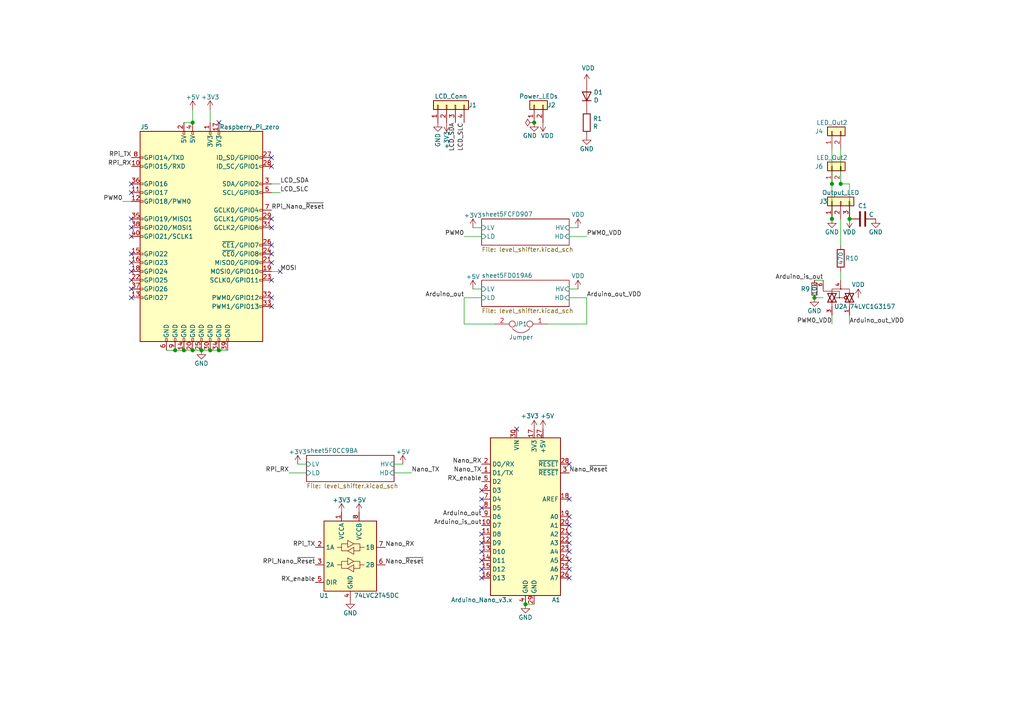
<source format=kicad_sch>
(kicad_sch (version 20211123) (generator eeschema)
  (paper "A4")
  (title_block (date "15 nov 2012"))
  (lib_symbols
    (symbol "74xGxx:74LVC1G3157" (pin_names (offset 1.016))
      (property "Reference" "U" (at -2.54 5.08 0))
      (property "Value" "74LVC1G3157" (at 0 -6.35 0))
      (symbol "74LVC1G3157_0_1"
        (circle (center -2.54 0) (radius 0.127))
        (circle (center 0 -0.381) (radius 0.127))
        (polyline (pts (xy -3.81 -5.08) (xy -2.54 -5.08)))
        (polyline (pts (xy -3.81 0) (xy -2.54 0)))
        (polyline (pts (xy 2.54 -2.54) (xy 1.27 -2.54)))
        (polyline (pts (xy 2.54 2.54) (xy 1.27 2.54)))
        (polyline (pts (xy 0 1.016) (xy 0 0) (xy 0 -1.905)))
        (polyline (pts (xy -1.27 -2.54) (xy 0 -3.175) (xy -1.27 -3.81) (xy -1.27 -2.54)) (stroke (width 0.254)))
        (polyline (pts (xy -1.27 -1.27) (xy -1.27 -2.54) (xy 0 -1.905) (xy -1.27 -1.27)) (stroke (width 0.254)))
        (polyline (pts (xy -1.27 2.54) (xy 0 1.905) (xy -1.27 1.27) (xy -1.27 2.54)) (stroke (width 0.254)))
        (polyline (pts (xy -1.27 3.81) (xy 0 3.175) (xy -1.27 2.54) (xy -1.27 3.81)) (stroke (width 0.254)))
        (polyline (pts (xy 0 -0.381) (xy -1.905 -0.381) (xy -1.905 -5.08) (xy -2.54 -5.08)))
        (polyline (pts (xy 1.27 -2.54) (xy 0 -3.175) (xy 1.27 -3.81) (xy 1.27 -2.54)) (stroke (width 0.254)))
        (polyline (pts (xy 1.27 -1.27) (xy 1.27 -2.54) (xy 0 -1.905) (xy 1.27 -1.27)) (stroke (width 0.254)))
        (polyline (pts (xy 1.27 2.54) (xy 1.27 1.27) (xy 0 1.905) (xy 1.27 2.54)) (stroke (width 0.254)))
        (polyline (pts (xy 1.27 2.54) (xy 1.27 3.81) (xy 0 3.175) (xy 1.27 2.54)) (stroke (width 0.254)))
        (polyline (pts (xy -1.27 2.54) (xy -2.54 2.54) (xy -2.54 0) (xy -2.54 -2.54) (xy -1.27 -2.54)))
        (circle (center 0 1.397) (radius 0.381) (stroke (width 0.254)))
        (pin power_in line (at 0 -5.08 270) (length 0) hide (name "GND") (number "2"))
        (pin power_in line (at 0 5.08 90) (length 0) hide (name "VCC") (number "5"))
      )
      (symbol "74LVC1G3157_1_1"
        (pin bidirectional line (at 5.08 2.54 180) (length 2.54) (name "~") (number "1"))
        (pin bidirectional line (at 5.08 -2.54 180) (length 2.54) (name "~") (number "3"))
        (pin bidirectional line (at -5.08 0 0) (length 2.54) (name "~") (number "4"))
        (pin input line (at -5.08 -5.08 0) (length 2.54) (name "~") (number "6"))
      )
      (symbol "74LVC1G3157_2_1"
        (pin bidirectional line (at -6.35 0 0) (length 2.54) (name "~") (number "1"))
        (pin input line (at 5.08 -5.08 180) (length 2.54) (name "~") (number "2"))
        (pin input line (at -6.35 -5.08 0) (length 2.54) (name "~") (number "5"))
        (pin bidirectional line (at 5.08 -2.54 180) (length 2.54) (name "~") (number "6"))
        (pin bidirectional line (at 5.08 2.54 180) (length 2.54) (name "~") (number "7"))
      )
    )
    (symbol "Connector:Raspberry_Pi_2_3" (pin_names (offset 1.016))
      (property "Reference" "J" (at -17.78 31.75 0))
      (property "Value" "Raspberry_Pi_2_3" (at 10.16 -31.75 0))
      (symbol "Raspberry_Pi_2_3_0_1"
        (rectangle (start -17.78 30.48) (end 17.78 -30.48) (stroke (width 0.254)) (fill (type background)))
      )
      (symbol "Raspberry_Pi_2_3_1_1"
        (rectangle (start -16.891 -17.526) (end -17.78 -18.034))
        (rectangle (start -16.891 -14.986) (end -17.78 -15.494))
        (rectangle (start -16.891 -12.446) (end -17.78 -12.954))
        (rectangle (start -16.891 -9.906) (end -17.78 -10.414))
        (rectangle (start -16.891 -7.366) (end -17.78 -7.874))
        (rectangle (start -16.891 -4.826) (end -17.78 -5.334))
        (rectangle (start -16.891 0.254) (end -17.78 -0.254))
        (rectangle (start -16.891 2.794) (end -17.78 2.286))
        (rectangle (start -16.891 5.334) (end -17.78 4.826))
        (rectangle (start -16.891 10.414) (end -17.78 9.906))
        (rectangle (start -16.891 12.954) (end -17.78 12.446))
        (rectangle (start -16.891 15.494) (end -17.78 14.986))
        (rectangle (start -16.891 20.574) (end -17.78 20.066))
        (rectangle (start -16.891 23.114) (end -17.78 22.606))
        (rectangle (start -10.414 -29.591) (end -9.906 -30.48))
        (rectangle (start -7.874 -29.591) (end -7.366 -30.48))
        (rectangle (start -5.334 -29.591) (end -4.826 -30.48))
        (rectangle (start -5.334 30.48) (end -4.826 29.591))
        (rectangle (start -2.794 -29.591) (end -2.286 -30.48))
        (rectangle (start -2.794 30.48) (end -2.286 29.591))
        (rectangle (start -0.254 -29.591) (end 0.254 -30.48))
        (rectangle (start 2.286 -29.591) (end 2.794 -30.48))
        (rectangle (start 2.286 30.48) (end 2.794 29.591))
        (rectangle (start 4.826 -29.591) (end 5.334 -30.48))
        (rectangle (start 4.826 30.48) (end 5.334 29.591))
        (rectangle (start 7.366 -29.591) (end 7.874 -30.48))
        (rectangle (start 17.78 -20.066) (end 16.891 -20.574))
        (rectangle (start 17.78 -17.526) (end 16.891 -18.034))
        (rectangle (start 17.78 -12.446) (end 16.891 -12.954))
        (rectangle (start 17.78 -9.906) (end 16.891 -10.414))
        (rectangle (start 17.78 -7.366) (end 16.891 -7.874))
        (rectangle (start 17.78 -4.826) (end 16.891 -5.334))
        (rectangle (start 17.78 -2.286) (end 16.891 -2.794))
        (rectangle (start 17.78 2.794) (end 16.891 2.286))
        (rectangle (start 17.78 5.334) (end 16.891 4.826))
        (rectangle (start 17.78 7.874) (end 16.891 7.366))
        (rectangle (start 17.78 12.954) (end 16.891 12.446))
        (rectangle (start 17.78 15.494) (end 16.891 14.986))
        (rectangle (start 17.78 20.574) (end 16.891 20.066))
        (rectangle (start 17.78 23.114) (end 16.891 22.606))
        (pin power_in line (at 2.54 33.02 270) (length 2.54) (name "3V3") (number "1"))
        (pin bidirectional line (at -20.32 20.32 0) (length 2.54) (name "GPIO15/RXD") (number "10"))
        (pin bidirectional line (at -20.32 12.7 0) (length 2.54) (name "GPIO17") (number "11"))
        (pin bidirectional line (at -20.32 10.16 0) (length 2.54) (name "GPIO18/PWM0") (number "12"))
        (pin bidirectional line (at -20.32 -17.78 0) (length 2.54) (name "GPIO27") (number "13"))
        (pin power_in line (at -5.08 -33.02 90) (length 2.54) (name "GND") (number "14"))
        (pin bidirectional line (at -20.32 -5.08 0) (length 2.54) (name "GPIO22") (number "15"))
        (pin bidirectional line (at -20.32 -7.62 0) (length 2.54) (name "GPIO23") (number "16"))
        (pin power_in line (at 5.08 33.02 270) (length 2.54) (name "3V3") (number "17"))
        (pin bidirectional line (at -20.32 -10.16 0) (length 2.54) (name "GPIO24") (number "18"))
        (pin bidirectional line (at 20.32 -10.16 180) (length 2.54) (name "MOSI0/GPIO10") (number "19"))
        (pin power_in line (at -5.08 33.02 270) (length 2.54) (name "5V") (number "2"))
        (pin power_in line (at -2.54 -33.02 90) (length 2.54) (name "GND") (number "20"))
        (pin bidirectional line (at 20.32 -7.62 180) (length 2.54) (name "MISO0/GPIO9") (number "21"))
        (pin bidirectional line (at -20.32 -12.7 0) (length 2.54) (name "GPIO25") (number "22"))
        (pin bidirectional line (at 20.32 -12.7 180) (length 2.54) (name "SCLK0/GPIO11") (number "23"))
        (pin bidirectional line (at 20.32 -5.08 180) (length 2.54) (name "~{CE0}/GPIO8") (number "24"))
        (pin power_in line (at 0 -33.02 90) (length 2.54) (name "GND") (number "25"))
        (pin bidirectional line (at 20.32 -2.54 180) (length 2.54) (name "~{CE1}/GPIO7") (number "26"))
        (pin bidirectional line (at 20.32 22.86 180) (length 2.54) (name "ID_SD/GPIO0") (number "27"))
        (pin bidirectional line (at 20.32 20.32 180) (length 2.54) (name "ID_SC/GPIO1") (number "28"))
        (pin bidirectional line (at 20.32 5.08 180) (length 2.54) (name "GCLK1/GPIO5") (number "29"))
        (pin bidirectional line (at 20.32 15.24 180) (length 2.54) (name "SDA/GPIO2") (number "3"))
        (pin power_in line (at 2.54 -33.02 90) (length 2.54) (name "GND") (number "30"))
        (pin bidirectional line (at 20.32 2.54 180) (length 2.54) (name "GCLK2/GPIO6") (number "31"))
        (pin bidirectional line (at 20.32 -17.78 180) (length 2.54) (name "PWM0/GPIO12") (number "32"))
        (pin bidirectional line (at 20.32 -20.32 180) (length 2.54) (name "PWM1/GPIO13") (number "33"))
        (pin power_in line (at 5.08 -33.02 90) (length 2.54) (name "GND") (number "34"))
        (pin bidirectional line (at -20.32 5.08 0) (length 2.54) (name "GPIO19/MISO1") (number "35"))
        (pin bidirectional line (at -20.32 15.24 0) (length 2.54) (name "GPIO16") (number "36"))
        (pin bidirectional line (at -20.32 -15.24 0) (length 2.54) (name "GPIO26") (number "37"))
        (pin bidirectional line (at -20.32 2.54 0) (length 2.54) (name "GPIO20/MOSI1") (number "38"))
        (pin power_in line (at 7.62 -33.02 90) (length 2.54) (name "GND") (number "39"))
        (pin power_in line (at -2.54 33.02 270) (length 2.54) (name "5V") (number "4"))
        (pin bidirectional line (at -20.32 0 0) (length 2.54) (name "GPIO21/SCLK1") (number "40"))
        (pin bidirectional line (at 20.32 12.7 180) (length 2.54) (name "SCL/GPIO3") (number "5"))
        (pin power_in line (at -10.16 -33.02 90) (length 2.54) (name "GND") (number "6"))
        (pin bidirectional line (at 20.32 7.62 180) (length 2.54) (name "GCLK0/GPIO4") (number "7"))
        (pin bidirectional line (at -20.32 22.86 0) (length 2.54) (name "GPIO14/TXD") (number "8"))
        (pin power_in line (at -7.62 -33.02 90) (length 2.54) (name "GND") (number "9"))
      )
    )
    (symbol "Connector_Generic:Conn_01x02" (pin_names (offset 1.016) hide)
      (property "Reference" "J" (at 0 2.54 0))
      (property "Value" "Conn_01x02" (at 0 -5.08 0))
      (symbol "Conn_01x02_1_1"
        (rectangle (start -1.27 -2.413) (end 0 -2.667) (stroke (width 0.1524)))
        (rectangle (start -1.27 0.127) (end 0 -0.127) (stroke (width 0.1524)))
        (rectangle (start -1.27 1.27) (end 1.27 -3.81) (stroke (width 0.254)) (fill (type background)))
        (pin passive line (at -5.08 0 0) (length 3.81) (name "Pin_1") (number "1"))
        (pin passive line (at -5.08 -2.54 0) (length 3.81) (name "Pin_2") (number "2"))
      )
    )
    (symbol "Connector_Generic:Conn_01x03" (pin_names (offset 1.016) hide)
      (property "Reference" "J" (at 0 5.08 0))
      (property "Value" "Conn_01x03" (at 0 -5.08 0))
      (symbol "Conn_01x03_1_1"
        (rectangle (start -1.27 -2.413) (end 0 -2.667) (stroke (width 0.1524)))
        (rectangle (start -1.27 0.127) (end 0 -0.127) (stroke (width 0.1524)))
        (rectangle (start -1.27 2.667) (end 0 2.413) (stroke (width 0.1524)))
        (rectangle (start -1.27 3.81) (end 1.27 -3.81) (stroke (width 0.254)) (fill (type background)))
        (pin passive line (at -5.08 2.54 0) (length 3.81) (name "Pin_1") (number "1"))
        (pin passive line (at -5.08 0 0) (length 3.81) (name "Pin_2") (number "2"))
        (pin passive line (at -5.08 -2.54 0) (length 3.81) (name "Pin_3") (number "3"))
      )
    )
    (symbol "Connector_Generic:Conn_01x04" (pin_names (offset 1.016) hide)
      (property "Reference" "J" (at 0 5.08 0))
      (property "Value" "Conn_01x04" (at 0 -7.62 0))
      (symbol "Conn_01x04_1_1"
        (rectangle (start -1.27 -4.953) (end 0 -5.207) (stroke (width 0.1524)))
        (rectangle (start -1.27 -2.413) (end 0 -2.667) (stroke (width 0.1524)))
        (rectangle (start -1.27 0.127) (end 0 -0.127) (stroke (width 0.1524)))
        (rectangle (start -1.27 2.667) (end 0 2.413) (stroke (width 0.1524)))
        (rectangle (start -1.27 3.81) (end 1.27 -6.35) (stroke (width 0.254)) (fill (type background)))
        (pin passive line (at -5.08 2.54 0) (length 3.81) (name "Pin_1") (number "1"))
        (pin passive line (at -5.08 0 0) (length 3.81) (name "Pin_2") (number "2"))
        (pin passive line (at -5.08 -2.54 0) (length 3.81) (name "Pin_3") (number "3"))
        (pin passive line (at -5.08 -5.08 0) (length 3.81) (name "Pin_4") (number "4"))
      )
    )
    (symbol "Device:C" (pin_numbers hide) (pin_names (offset 0.254))
      (property "Reference" "C" (at 0.635 2.54 0))
      (property "Value" "C" (at 0.635 -2.54 0))
      (symbol "C_0_1"
        (polyline (pts (xy -2.032 -0.762) (xy 2.032 -0.762)) (stroke (width 0.508)))
        (polyline (pts (xy -2.032 0.762) (xy 2.032 0.762)) (stroke (width 0.508)))
      )
      (symbol "C_1_1"
        (pin passive line (at 0 3.81 270) (length 2.794) (name "~") (number "1"))
        (pin passive line (at 0 -3.81 90) (length 2.794) (name "~") (number "2"))
      )
    )
    (symbol "Device:D" (pin_numbers hide) (pin_names (offset 1.016) hide)
      (property "Reference" "D" (at 0 2.54 0))
      (property "Value" "D" (at 0 -2.54 0))
      (symbol "D_0_1"
        (polyline (pts (xy -1.27 1.27) (xy -1.27 -1.27)) (stroke (width 0.254)))
        (polyline (pts (xy 1.27 0) (xy -1.27 0)))
        (polyline (pts (xy 1.27 1.27) (xy 1.27 -1.27) (xy -1.27 0) (xy 1.27 1.27)) (stroke (width 0.254)))
      )
      (symbol "D_1_1"
        (pin passive line (at -3.81 0 0) (length 2.54) (name "K") (number "1"))
        (pin passive line (at 3.81 0 180) (length 2.54) (name "A") (number "2"))
      )
    )
    (symbol "Device:Jumper" (pin_names (offset 0.762) hide)
      (property "Reference" "JP" (at 0 3.81 0))
      (property "Value" "Jumper" (at 0 -2.032 0))
      (symbol "Jumper_0_1"
        (circle (center -2.54 0) (radius 0.889))
        (arc (start 2.5146 1.27) (mid 0.0078 2.5097) (end -2.4892 1.27))
        (circle (center 2.54 0) (radius 0.889))
        (pin passive line (at -7.62 0 0) (length 4.191) (name "1") (number "1"))
        (pin passive line (at 7.62 0 180) (length 4.191) (name "2") (number "2"))
      )
    )
    (symbol "Device:R" (pin_numbers hide) (pin_names (offset 0))
      (property "Reference" "R" (at 2.032 0 90))
      (property "Value" "R" (at 0 0 90))
      (symbol "R_0_1"
        (rectangle (start -1.016 -2.54) (end 1.016 2.54) (stroke (width 0.254)))
      )
      (symbol "R_1_1"
        (pin passive line (at 0 3.81 270) (length 1.27) (name "~") (number "1"))
        (pin passive line (at 0 -3.81 90) (length 1.27) (name "~") (number "2"))
      )
    )
    (symbol "Device:R_Small" (pin_numbers hide) (pin_names (offset 0.254) hide)
      (property "Reference" "R" (at 0.762 0.508 0))
      (property "Value" "R_Small" (at 0.762 -1.016 0))
      (symbol "R_Small_0_1"
        (rectangle (start -0.762 1.778) (end 0.762 -1.778) (stroke (width 0.2032)))
      )
      (symbol "R_Small_1_1"
        (pin passive line (at 0 2.54 270) (length 0.762) (name "~") (number "1"))
        (pin passive line (at 0 -2.54 90) (length 0.762) (name "~") (number "2"))
      )
    )
    (symbol "Logic_LevelTranslator:74LVC2T45DC"
      (property "Reference" "U" (at 6.35 -11.43 0))
      (property "Value" "74LVC2T45DC" (at 10.16 11.43 0))
      (symbol "74LVC2T45DC_1_1"
        (rectangle (start -7.62 10.16) (end 7.62 -10.16) (stroke (width 0.254)) (fill (type background)))
        (polyline (pts (xy -2.54 -2.54) (xy -2.54 -1.524) (xy -0.762 -1.524)))
        (polyline (pts (xy -2.54 2.54) (xy -2.54 3.556) (xy -0.762 3.556)))
        (polyline (pts (xy 2.794 -2.54) (xy 2.794 -3.556) (xy 1.016 -3.556)))
        (polyline (pts (xy 2.794 2.54) (xy 2.794 1.524) (xy 1.016 1.524)))
        (polyline (pts (xy -0.762 -3.556) (xy -2.54 -3.556) (xy -2.54 -2.54) (xy -3.81 -2.54)))
        (polyline (pts (xy -0.762 -2.54) (xy -0.762 -0.508) (xy 1.016 -1.524) (xy -0.762 -2.54)))
        (polyline (pts (xy -0.762 1.524) (xy -2.54 1.524) (xy -2.54 2.54) (xy -3.81 2.54)))
        (polyline (pts (xy -0.762 2.54) (xy -0.762 4.572) (xy 1.016 3.556) (xy -0.762 2.54)))
        (polyline (pts (xy 1.016 -1.524) (xy 2.794 -1.524) (xy 2.794 -2.54) (xy 4.064 -2.54)))
        (polyline (pts (xy 1.016 3.556) (xy 2.794 3.556) (xy 2.794 2.54) (xy 4.064 2.54)))
        (polyline (pts (xy 1.016 -2.54) (xy 1.016 -4.318) (xy 1.016 -4.572) (xy -0.762 -3.556) (xy 1.016 -2.54)))
        (polyline (pts (xy 1.016 2.54) (xy 1.016 0.762) (xy 1.016 0.508) (xy -0.762 1.524) (xy 1.016 2.54)))
        (pin power_in line (at -2.54 12.7 270) (length 2.54) (name "VCCA") (number "1"))
        (pin bidirectional line (at -10.16 2.54 0) (length 2.54) (name "1A") (number "2"))
        (pin bidirectional line (at -10.16 -2.54 0) (length 2.54) (name "2A") (number "3"))
        (pin power_in line (at 0 -12.7 90) (length 2.54) (name "GND") (number "4"))
        (pin input line (at -10.16 -7.62 0) (length 2.54) (name "DIR") (number "5"))
        (pin bidirectional line (at 10.16 -2.54 180) (length 2.54) (name "2B") (number "6"))
        (pin bidirectional line (at 10.16 2.54 180) (length 2.54) (name "1B") (number "7"))
        (pin power_in line (at 2.54 12.7 270) (length 2.54) (name "VCCB") (number "8"))
      )
    )
    (symbol "MCU_Module:Arduino_Nano_v3.x"
      (property "Reference" "A" (at -10.16 23.495 0))
      (property "Value" "Arduino_Nano_v3.x" (at 5.08 -24.13 0))
      (symbol "Arduino_Nano_v3.x_0_1"
        (rectangle (start -10.16 22.86) (end 10.16 -22.86) (stroke (width 0.254)) (fill (type background)))
      )
      (symbol "Arduino_Nano_v3.x_1_1"
        (pin bidirectional line (at -12.7 12.7 0) (length 2.54) (name "D1/TX") (number "1"))
        (pin bidirectional line (at -12.7 -2.54 0) (length 2.54) (name "D7") (number "10"))
        (pin bidirectional line (at -12.7 -5.08 0) (length 2.54) (name "D8") (number "11"))
        (pin bidirectional line (at -12.7 -7.62 0) (length 2.54) (name "D9") (number "12"))
        (pin bidirectional line (at -12.7 -10.16 0) (length 2.54) (name "D10") (number "13"))
        (pin bidirectional line (at -12.7 -12.7 0) (length 2.54) (name "D11") (number "14"))
        (pin bidirectional line (at -12.7 -15.24 0) (length 2.54) (name "D12") (number "15"))
        (pin bidirectional line (at -12.7 -17.78 0) (length 2.54) (name "D13") (number "16"))
        (pin power_out line (at 2.54 25.4 270) (length 2.54) (name "3V3") (number "17"))
        (pin input line (at 12.7 5.08 180) (length 2.54) (name "AREF") (number "18"))
        (pin bidirectional line (at 12.7 0 180) (length 2.54) (name "A0") (number "19"))
        (pin bidirectional line (at -12.7 15.24 0) (length 2.54) (name "D0/RX") (number "2"))
        (pin bidirectional line (at 12.7 -2.54 180) (length 2.54) (name "A1") (number "20"))
        (pin bidirectional line (at 12.7 -5.08 180) (length 2.54) (name "A2") (number "21"))
        (pin bidirectional line (at 12.7 -7.62 180) (length 2.54) (name "A3") (number "22"))
        (pin bidirectional line (at 12.7 -10.16 180) (length 2.54) (name "A4") (number "23"))
        (pin bidirectional line (at 12.7 -12.7 180) (length 2.54) (name "A5") (number "24"))
        (pin bidirectional line (at 12.7 -15.24 180) (length 2.54) (name "A6") (number "25"))
        (pin bidirectional line (at 12.7 -17.78 180) (length 2.54) (name "A7") (number "26"))
        (pin power_out line (at 5.08 25.4 270) (length 2.54) (name "+5V") (number "27"))
        (pin input line (at 12.7 15.24 180) (length 2.54) (name "~{RESET}") (number "28"))
        (pin power_in line (at 2.54 -25.4 90) (length 2.54) (name "GND") (number "29"))
        (pin input line (at 12.7 12.7 180) (length 2.54) (name "~{RESET}") (number "3"))
        (pin power_in line (at -2.54 25.4 270) (length 2.54) (name "VIN") (number "30"))
        (pin power_in line (at 0 -25.4 90) (length 2.54) (name "GND") (number "4"))
        (pin bidirectional line (at -12.7 10.16 0) (length 2.54) (name "D2") (number "5"))
        (pin bidirectional line (at -12.7 7.62 0) (length 2.54) (name "D3") (number "6"))
        (pin bidirectional line (at -12.7 5.08 0) (length 2.54) (name "D4") (number "7"))
        (pin bidirectional line (at -12.7 2.54 0) (length 2.54) (name "D5") (number "8"))
        (pin bidirectional line (at -12.7 0 0) (length 2.54) (name "D6") (number "9"))
      )
    )
    (symbol "power:+3V3" (power) (pin_names (offset 0))
      (property "Value" "+3V3" (at 0 3.556 0))
      (symbol "+3V3_0_1"
        (polyline (pts (xy -0.762 1.27) (xy 0 2.54)))
        (polyline (pts (xy 0 0) (xy 0 2.54)))
        (polyline (pts (xy 0 2.54) (xy 0.762 1.27)))
      )
      (symbol "+3V3_1_1"
        (pin power_in line (at 0 0 90) (length 0) hide (name "+3V3") (number "1"))
      )
    )
    (symbol "power:+5V" (power) (pin_names (offset 0))
      (property "Value" "+5V" (at 0 3.556 0))
      (symbol "+5V_0_1"
        (polyline (pts (xy -0.762 1.27) (xy 0 2.54)))
        (polyline (pts (xy 0 0) (xy 0 2.54)))
        (polyline (pts (xy 0 2.54) (xy 0.762 1.27)))
      )
      (symbol "+5V_1_1"
        (pin power_in line (at 0 0 90) (length 0) hide (name "+5V") (number "1"))
      )
    )
    (symbol "power:GND" (power) (pin_names (offset 0))
      (property "Value" "GND" (at 0 -3.81 0))
      (symbol "GND_0_1"
        (polyline (pts (xy 0 0) (xy 0 -1.27) (xy 1.27 -1.27) (xy 0 -2.54) (xy -1.27 -1.27) (xy 0 -1.27)))
      )
      (symbol "GND_1_1"
        (pin power_in line (at 0 0 270) (length 0) hide (name "GND") (number "1"))
      )
    )
    (symbol "power:PWR_FLAG" (power) (pin_numbers hide) (pin_names (offset 0) hide)
      (property "Value" "PWR_FLAG" (at 0 3.81 0))
      (symbol "PWR_FLAG_0_0"
        (pin power_out line (at 0 0 90) (length 0) (name "pwr") (number "1"))
      )
      (symbol "PWR_FLAG_0_1"
        (polyline (pts (xy 0 0) (xy 0 1.27) (xy -1.016 1.905) (xy 0 2.54) (xy 1.016 1.905) (xy 0 1.27)))
      )
    )
    (symbol "power:VDD" (power) (pin_names (offset 0))
      (property "Value" "VDD" (at 0 3.81 0))
      (symbol "VDD_0_1"
        (polyline (pts (xy -0.762 1.27) (xy 0 2.54)))
        (polyline (pts (xy 0 0) (xy 0 2.54)))
        (polyline (pts (xy 0 2.54) (xy 0.762 1.27)))
      )
      (symbol "VDD_1_1"
        (pin power_in line (at 0 0 90) (length 0) hide (name "VDD") (number "1"))
      )
    )
  )
  (junction (at 60.96 101.6) (diameter 1.016))
  (junction (at 246.38 63.5) (diameter 1.016))
  (junction (at 152.4 175.26) (diameter 1.016))
  (junction (at 55.88 101.6) (diameter 1.016))
  (junction (at 55.88 35.56) (diameter 1.016))
  (junction (at 154.94 35.56) (diameter 1.016))
  (junction (at 50.8 101.6) (diameter 1.016))
  (junction (at 236.22 86.36) (diameter 1.016))
  (junction (at 58.42 101.6) (diameter 1.016))
  (junction (at 53.34 101.6) (diameter 1.016))
  (junction (at 241.3 63.5) (diameter 1.016))
  (junction (at 241.3 53.34) (diameter 1.016))
  (junction (at 63.5 101.6) (diameter 1.016))
  (junction (at 243.84 53.34) (diameter 1.016))
  (no_connect (at 78.74 73.66))
  (no_connect (at 78.74 63.5))
  (no_connect (at 78.74 48.26))
  (no_connect (at 149.86 124.46))
  (no_connect (at 78.74 45.72))
  (no_connect (at 78.74 81.28))
  (no_connect (at 165.1 149.86))
  (no_connect (at 38.1 73.66))
  (no_connect (at 165.1 154.94))
  (no_connect (at 78.74 76.2))
  (no_connect (at 139.7 162.56))
  (no_connect (at 139.7 165.1))
  (no_connect (at 78.74 86.36))
  (no_connect (at 78.74 88.9))
  (no_connect (at 139.7 157.48))
  (no_connect (at 38.1 78.74))
  (no_connect (at 38.1 63.5))
  (no_connect (at 38.1 66.04))
  (no_connect (at 165.1 134.62))
  (no_connect (at 165.1 167.64))
  (no_connect (at 38.1 83.82))
  (no_connect (at 81.28 78.74))
  (no_connect (at 139.7 147.32))
  (no_connect (at 38.1 55.88))
  (no_connect (at 139.7 160.02))
  (no_connect (at 78.74 71.12))
  (no_connect (at 165.1 152.4))
  (no_connect (at 139.7 154.94))
  (no_connect (at 139.7 144.78))
  (no_connect (at 38.1 81.28))
  (no_connect (at 38.1 86.36))
  (no_connect (at 165.1 160.02))
  (no_connect (at 139.7 142.24))
  (no_connect (at 78.74 66.04))
  (no_connect (at 139.7 167.64))
  (no_connect (at 165.1 144.78))
  (no_connect (at 38.1 53.34))
  (no_connect (at 165.1 165.1))
  (no_connect (at 165.1 162.56))
  (no_connect (at 38.1 76.2))
  (no_connect (at 38.1 68.58))
  (no_connect (at 63.5 35.56))
  (no_connect (at 165.1 157.48))
  (wire (pts (xy 48.26 101.6) (xy 50.8 101.6)))
  (wire (pts (xy 170.18 93.98) (xy 170.18 86.36)))
  (wire (pts (xy 139.7 68.58) (xy 134.62 68.58)))
  (wire (pts (xy 81.28 55.88) (xy 78.74 55.88)))
  (wire (pts (xy 241.3 53.34) (xy 241.3 43.18)))
  (wire (pts (xy 241.3 93.98) (xy 241.3 91.44)))
  (wire (pts (xy 165.1 86.36) (xy 170.18 86.36)))
  (wire (pts (xy 60.96 31.75) (xy 60.96 35.56)))
  (wire (pts (xy 55.88 35.56) (xy 53.34 35.56)))
  (wire (pts (xy 238.76 81.28) (xy 236.22 81.28)))
  (wire (pts (xy 165.1 83.82) (xy 167.64 83.82)))
  (wire (pts (xy 139.7 83.82) (xy 137.16 83.82)))
  (wire (pts (xy 243.84 53.34) (xy 246.38 53.34)))
  (wire (pts (xy 241.3 63.5) (xy 241.3 53.34)))
  (wire (pts (xy 116.84 134.62) (xy 114.3 134.62)))
  (wire (pts (xy 50.8 101.6) (xy 53.34 101.6)))
  (wire (pts (xy 88.9 137.16) (xy 83.82 137.16)))
  (wire (pts (xy 55.88 31.75) (xy 55.88 35.56)))
  (wire (pts (xy 246.38 53.34) (xy 246.38 63.5)))
  (wire (pts (xy 53.34 101.6) (xy 55.88 101.6)))
  (wire (pts (xy 139.7 86.36) (xy 134.62 86.36)))
  (wire (pts (xy 236.22 86.36) (xy 238.76 86.36)))
  (wire (pts (xy 78.74 53.34) (xy 81.28 53.34)))
  (wire (pts (xy 243.84 78.74) (xy 243.84 81.28)))
  (wire (pts (xy 81.28 78.74) (xy 78.74 78.74)))
  (wire (pts (xy 134.62 86.36) (xy 134.62 93.98)))
  (wire (pts (xy 86.36 134.62) (xy 88.9 134.62)))
  (wire (pts (xy 158.75 93.98) (xy 170.18 93.98)))
  (wire (pts (xy 60.96 101.6) (xy 63.5 101.6)))
  (wire (pts (xy 139.7 66.04) (xy 137.16 66.04)))
  (wire (pts (xy 165.1 68.58) (xy 170.18 68.58)))
  (wire (pts (xy 58.42 101.6) (xy 60.96 101.6)))
  (wire (pts (xy 63.5 101.6) (xy 66.04 101.6)))
  (wire (pts (xy 152.4 175.26) (xy 154.94 175.26)))
  (wire (pts (xy 246.38 91.44) (xy 246.38 93.98)))
  (wire (pts (xy 165.1 66.04) (xy 167.64 66.04)))
  (wire (pts (xy 55.88 101.6) (xy 58.42 101.6)))
  (wire (pts (xy 134.62 93.98) (xy 143.51 93.98)))
  (wire (pts (xy 114.3 137.16) (xy 119.38 137.16)))
  (wire (pts (xy 243.84 43.18) (xy 243.84 53.34)))
  (wire (pts (xy 243.84 71.12) (xy 243.84 63.5)))
  (wire (pts (xy 35.56 58.42) (xy 38.1 58.42)))
  (label "RPi_RX" (at 38.1 48.26 180))
  (label "MOSI" (at 81.28 78.74 0))
  (label "PWM0" (at 35.56 58.42 180))
  (label "Nano_RX" (at 111.76 158.75 0))
  (label "LCD_SLC" (at 81.28 55.88 0))
  (label "RPi_RX" (at 83.82 137.16 180))
  (label "Arduino_out" (at 134.62 86.36 180))
  (label "Nano_~{Reset}" (at 111.76 163.83 0))
  (label "LCD_SLC" (at 134.62 35.56 270))
  (label "RX_enable" (at 139.7 139.7 180))
  (label "Nano_TX" (at 119.38 137.16 0))
  (label "RPi_TX" (at 91.44 158.75 180))
  (label "PWM0_VDD" (at 241.3 93.98 180))
  (label "RPi_Nano_~{Reset}" (at 91.44 163.83 180))
  (label "Nano_~{Reset}" (at 165.1 137.16 0))
  (label "RPi_Nano_~{Reset}" (at 78.74 60.96 0))
  (label "Nano_RX" (at 139.7 134.62 180))
  (label "Arduino_out_VDD" (at 246.38 93.98 0))
  (label "LCD_SDA" (at 81.28 53.34 0))
  (label "Arduino_is_out" (at 238.76 81.28 180))
  (label "RPi_TX" (at 38.1 45.72 180))
  (label "PWM0" (at 134.62 68.58 180))
  (label "Arduino_is_out" (at 139.7 152.4 180))
  (label "Nano_TX" (at 139.7 137.16 180))
  (label "Arduino_out_VDD" (at 170.18 86.36 0))
  (label "PWM0_VDD" (at 170.18 68.58 0))
  (label "LCD_SDA" (at 132.08 35.56 270))
  (label "Arduino_out" (at 139.7 149.86 180))
  (label "RX_enable" (at 91.44 168.91 180))
  (symbol (lib_id "Connector_Generic:Conn_01x02") (at 154.94 30.48 90) (unit 1)
    (property "Reference" "J2" (at 158.75 30.48 90) (effects (justify right)))
    (property "Value" "Power_LEDs" (at 156.21 27.94 90))
    (property "Footprint" "Connector_Phoenix_MC:PhoenixContact_MC_1,5_2-G-3.5_1x02_P3.50mm_Horizontal" (effects hide))
  )
  (symbol (lib_id "Connector_Generic:Conn_01x03") (at 243.84 58.42 90) (unit 1)
    (property "Reference" "J3" (at 240.03 58.42 90) (effects (justify left)))
    (property "Value" "Output_LED" (at 243.84 55.88 90))
    (property "Footprint" "Connector_JST:JST_XH_S3B-XH-A_1x03_P2.50mm_Horizontal" (effects hide))
  )
  (symbol (lib_id "power:GND") (at 154.94 35.56 0) (unit 1)
    (property "Reference" "#PWR010" (effects hide))
    (property "Value" "GND" (at 153.67 39.37 0))
  )
  (symbol (lib_id "power:GND") (at 241.3 63.5 0) (unit 1)
    (property "Reference" "#PWR014" (effects hide))
    (property "Value" "GND" (at 241.3 67.31 0))
  )
  (symbol (lib_id "power:VDD") (at 157.48 35.56 180) (unit 1)
    (property "Reference" "#PWR012" (effects hide))
    (property "Value" "VDD" (at 158.75 39.37 0))
  )
  (symbol (lib_id "power:VDD") (at 246.38 63.5 180) (unit 1)
    (property "Reference" "#PWR015" (effects hide))
    (property "Value" "VDD" (at 246.38 67.31 0))
  )
  (symbol (lib_id "Device:D") (at 170.18 27.94 90) (unit 1)
    (property "Reference" "D1" (at 172.1866 26.7716 90) (effects (justify right)))
    (property "Value" "D" (at 172.1866 29.083 90) (effects (justify right)))
    (property "Footprint" "Diode_SMD:D_0805_2012Metric_Pad1.15x1.40mm_HandSolder" (effects hide))
  )
  (symbol (lib_id "Device:R") (at 170.18 35.56 0) (unit 1)
    (property "Reference" "R1" (at 171.958 34.3916 0) (effects (justify left)))
    (property "Value" "R" (at 171.958 36.703 0) (effects (justify left)))
    (property "Footprint" "Resistor_SMD:R_0805_2012Metric_Pad1.20x1.40mm_HandSolder" (effects hide))
  )
  (symbol (lib_id "power:GND") (at 170.18 39.37 0) (unit 1)
    (property "Reference" "#PWR0113" (effects hide))
    (property "Value" "GND" (at 170.18 43.18 0))
  )
  (symbol (lib_id "power:VDD") (at 170.18 24.13 0) (unit 1)
    (property "Reference" "#PWR0114" (effects hide))
    (property "Value" "VDD" (at 170.6118 19.7358 0))
  )
  (symbol (lib_id "Connector:Raspberry_Pi_2_3") (at 58.42 68.58 0) (unit 1)
    (property "Reference" "J5" (at 41.91 36.83 0))
    (property "Value" "Raspberry_Pi_zero" (at 72.39 36.83 0))
    (property "Footprint" "stranger_family_lib:Raspberry_Pi_Zero_Socketed_THT_FaceDown_MountingHoles" (effects hide))
    (property "Datasheet" "https://www.raspberrypi.org/documentation/hardware/raspberrypi/schematics/rpi_SCH_3bplus_1p0_reduced.pdf" (effects hide))
  )
  (symbol (lib_id "power:+5V") (at 55.88 31.75 0) (unit 1)
    (property "Reference" "#PWR0102" (effects hide))
    (property "Value" "+5V" (at 55.88 28.194 0))
  )
  (symbol (lib_id "power:+3V3") (at 60.96 31.75 0) (mirror y) (unit 1)
    (property "Reference" "#PWR0105" (effects hide))
    (property "Value" "+3.3V" (at 60.96 28.194 0))
  )
  (symbol (lib_id "power:GND") (at 58.42 101.6 0) (unit 1)
    (property "Reference" "#PWR0107" (effects hide))
    (property "Value" "GND" (at 58.42 105.41 0))
  )
  (symbol (lib_id "MCU_Module:Arduino_Nano_v3.x") (at 152.4 149.86 0) (unit 1)
    (property "Reference" "A1" (at 161.29 173.99 0))
    (property "Value" "Arduino_Nano_v3.x" (at 139.7 173.99 0))
    (property "Footprint" "Module:Arduino_Nano" (effects hide))
    (property "Datasheet" "http://www.mouser.com/pdfdocs/Gravitech_Arduino_Nano3_0.pdf" (effects hide))
  )
  (symbol (lib_id "power:GND") (at 152.4 175.26 0) (unit 1)
    (property "Reference" "#PWR01" (effects hide))
    (property "Value" "GND" (at 152.4 179.07 0))
  )
  (symbol (lib_id "power:+5V") (at 157.48 124.46 0) (unit 1)
    (property "Reference" "#PWR03" (effects hide))
    (property "Value" "+5V" (at 158.75 120.65 0))
  )
  (symbol (lib_id "power:+3V3") (at 154.94 124.46 0) (mirror y) (unit 1)
    (property "Reference" "#PWR02" (effects hide))
    (property "Value" "+3.3V" (at 153.67 120.65 0))
  )
  (symbol (lib_id "power:+3V3") (at 86.36 134.62 0) (unit 1)
    (property "Reference" "#PWR04" (effects hide))
    (property "Value" "+3.3V" (at 86.36 131.064 0))
  )
  (symbol (lib_id "power:+5V") (at 116.84 134.62 0) (mirror y) (unit 1)
    (property "Reference" "#PWR06" (effects hide))
    (property "Value" "+5V" (at 116.84 131.064 0))
  )
  (symbol (lib_id "Device:R") (at 243.84 74.93 0) (unit 1)
    (property "Reference" "R10" (at 245.11 74.93 0) (effects (justify left)))
    (property "Value" "470" (at 243.84 74.93 90))
    (property "Footprint" "Resistor_SMD:R_0805_2012Metric_Pad1.20x1.40mm_HandSolder" (effects hide))
  )
  (symbol (lib_id "Device:C") (at 250.19 63.5 270) (unit 1)
    (property "Reference" "C1" (at 250.19 59.69 90))
    (property "Value" "C" (at 252.73 62.23 90))
    (property "Footprint" "Capacitor_SMD:C_0805_2012Metric_Pad1.18x1.45mm_HandSolder" (effects hide))
  )
  (symbol (lib_id "power:GND") (at 254 63.5 0) (unit 1)
    (property "Reference" "#PWR0101" (effects hide))
    (property "Value" "GND" (at 254 67.31 0))
  )
  (symbol (lib_id "74xGxx:74LVC1G3157") (at 243.84 86.36 270) (unit 1)
    (property "Reference" "U2" (at 243.84 88.9 90))
    (property "Value" "74LVC1G3157" (at 246.38 88.9 90) (effects (justify left)))
    (property "Footprint" "Package_TO_SOT_SMD:Texas_R-PDSO-G6" (effects hide))
    (property "Datasheet" "https://www.ti.com/lit/ds/symlink/sn74lvc1g3157.pdf" (effects hide))
  )
  (symbol (lib_id "power:GND") (at 236.22 86.36 0) (unit 1)
    (property "Reference" "#PWR0109" (effects hide))
    (property "Value" "GND" (at 236.22 90.17 0))
  )
  (symbol (lib_id "power:VDD") (at 248.92 86.36 0) (unit 1)
    (property "Reference" "#PWR0108" (effects hide))
    (property "Value" "VDD" (at 248.92 82.55 0))
  )
  (symbol (lib_id "power:+3V3") (at 137.16 66.04 0) (unit 1)
    (property "Reference" "#PWR0103" (effects hide))
    (property "Value" "+3.3V" (at 137.16 62.484 0))
  )
  (symbol (lib_id "power:VDD") (at 167.64 66.04 0) (unit 1)
    (property "Reference" "#PWR0104" (effects hide))
    (property "Value" "VDD" (at 167.64 62.23 0))
  )
  (symbol (lib_id "power:VDD") (at 167.64 83.82 0) (unit 1)
    (property "Reference" "#PWR0112" (effects hide))
    (property "Value" "VDD" (at 167.64 80.01 0))
  )
  (symbol (lib_id "power:+5V") (at 137.16 83.82 0) (mirror y) (unit 1)
    (property "Reference" "#PWR0115" (effects hide))
    (property "Value" "+5V" (at 137.16 80.264 0))
  )
  (symbol (lib_id "Device:R_Small") (at 236.22 83.82 0) (unit 1)
    (property "Reference" "R9" (at 234.95 83.82 0) (effects (justify right)))
    (property "Value" "10k" (at 236.22 83.82 90))
    (property "Footprint" "Resistor_SMD:R_0805_2012Metric_Pad1.20x1.40mm_HandSolder" (effects hide))
  )
  (symbol (lib_id "Device:Jumper") (at 151.13 93.98 180) (unit 1)
    (property "Reference" "JP1" (at 151.13 93.98 0))
    (property "Value" "Jumper" (at 151.13 97.79 0))
    (property "Footprint" "Jumper:SolderJumper-2_P1.3mm_Bridged_RoundedPad1.0x1.5mm" (effects hide))
  )
  (symbol (lib_id "Connector_Generic:Conn_01x04") (at 129.54 30.48 90) (unit 1)
    (property "Reference" "J1" (at 135.89 30.48 90) (effects (justify right)))
    (property "Value" "LCD_Conn" (at 130.81 27.94 90))
    (property "Footprint" "Connector_JST:JST_XH_S4B-XH-A_1x04_P2.50mm_Horizontal" (effects hide))
  )
  (symbol (lib_id "power:GND") (at 127 35.56 0) (unit 1)
    (property "Reference" "#PWR0116" (effects hide))
    (property "Value" "GND" (at 127 40.64 90))
  )
  (symbol (lib_id "power:+3V3") (at 129.54 35.56 180) (unit 1)
    (property "Reference" "#PWR0117" (effects hide))
    (property "Value" "+3V3" (at 129.54 40.64 90))
  )
  (symbol (lib_id "power:PWR_FLAG") (at 154.94 35.56 90) (unit 1)
    (property "Reference" "#FLG0101" (effects hide))
    (property "Value" "PWR_FLAG" (effects hide))
  )
  (symbol (lib_id "power:+5V") (at 104.14 148.59 0) (mirror y) (unit 1)
    (property "Reference" "#PWR0110" (effects hide))
    (property "Value" "+5V" (at 104.14 145.034 0))
  )
  (symbol (lib_id "power:+3V3") (at 99.06 148.59 0) (unit 1)
    (property "Reference" "#PWR0111" (effects hide))
    (property "Value" "+3.3V" (at 99.06 145.034 0))
  )
  (symbol (lib_id "Logic_LevelTranslator:74LVC2T45DC") (at 101.6 161.29 0) (unit 1)
    (property "Reference" "U1" (at 93.98 172.72 0))
    (property "Value" "74LVC2T45DC" (at 109.22 172.72 0))
    (property "Footprint" "Package_SO:VSSOP-8_2.3x2mm_P0.5mm" (effects hide))
    (property "Datasheet" "https://assets.nexperia.com/documents/data-sheet/74LVC_LVCH2T45.pdf" (effects hide))
  )
  (symbol (lib_id "power:GND") (at 101.6 173.99 0) (unit 1)
    (property "Reference" "#PWR0118" (effects hide))
    (property "Value" "GND" (at 101.6 177.8 0))
  )
  (symbol (lib_id "Connector_Generic:Conn_01x02") (at 241.3 38.1 90) (unit 1)
    (property "Reference" "J4" (at 238.76 38.1 90) (effects (justify left)))
    (property "Value" "LED_Out2" (at 241.3 35.56 90))
    (property "Footprint" "Connector_JST:JST_XH_S2B-XH-A_1x02_P2.50mm_Horizontal" (effects hide))
  )
  (symbol (lib_id "Connector_Generic:Conn_01x02") (at 241.3 48.26 90) (unit 1)
    (property "Reference" "J6" (at 238.76 48.26 90) (effects (justify left)))
    (property "Value" "LED_Out2" (at 241.3 45.72 90))
    (property "Footprint" "Connector_JST:JST_XH_S2B-XH-A_1x02_P2.50mm_Horizontal" (effects hide))
  )
  (sheet (at 88.9 132.08) (size 25.4 7.62)
    (property "Sheet name" "sheet5F0CC9BA" (at 88.9 131.4445 0) (effects (justify left bottom)))
    (property "Sheet file" "level_shifter.kicad_sch" (at 88.9 140.2085 0) (effects (justify left top)))
    (pin "LD" input (at 88.9 137.16 180))
    (pin "HD" input (at 114.3 137.16 0))
    (pin "HV" input (at 114.3 134.62 0))
    (pin "LV" input (at 88.9 134.62 180))
  )
  (sheet (at 139.7 63.5) (size 25.4 7.62)
    (property "Sheet name" "sheet5FCFD907" (at 139.7 62.8645 0) (effects (justify left bottom)))
    (property "Sheet file" "level_shifter.kicad_sch" (at 139.7 71.6285 0) (effects (justify left top)))
    (pin "LD" input (at 139.7 68.58 180))
    (pin "HD" input (at 165.1 68.58 0))
    (pin "HV" input (at 165.1 66.04 0))
    (pin "LV" input (at 139.7 66.04 180))
  )
  (sheet (at 139.7 81.28) (size 25.4 7.62)
    (property "Sheet name" "sheet5FD019A6" (at 139.7 80.6445 0) (effects (justify left bottom)))
    (property "Sheet file" "level_shifter.kicad_sch" (at 139.7 89.4085 0) (effects (justify left top)))
    (pin "LD" input (at 139.7 86.36 180))
    (pin "HD" input (at 165.1 86.36 0))
    (pin "HV" input (at 165.1 83.82 0))
    (pin "LV" input (at 139.7 83.82 180))
  )
)
</source>
